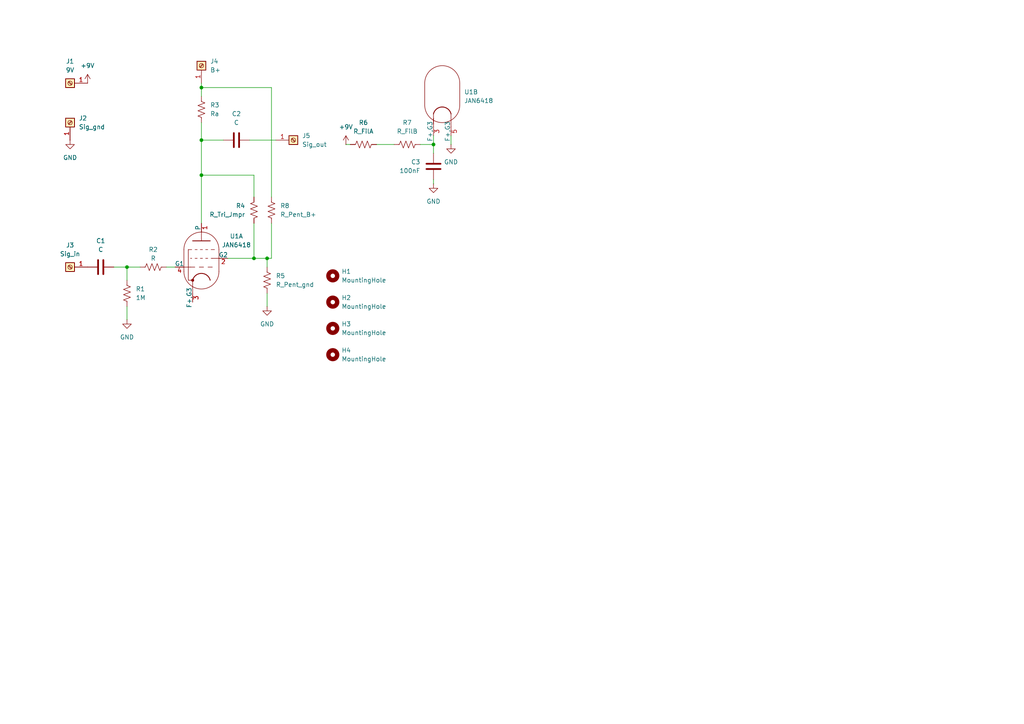
<source format=kicad_sch>
(kicad_sch (version 20250114) (generator "eeschema") (generator_version "9.0")
  (paper "A4")
  (lib_symbols
    (symbol "Connector:Screw_Terminal_01x01" (pin_names (offset 1.016) (hide yes))
      (property "Reference" "J" (at 0 2.54 0))
      (property "Value" "Screw_Terminal_01x01" (at 0 -2.54 0))
      (symbol "Screw_Terminal_01x01_1_1"
        (rectangle (start -1.27 1.27) (end 1.27 -1.27) (stroke (width 0.254)) (fill (type background)))
        (polyline (pts (xy -0.5334 0.3302) (xy 0.3302 -0.508)) (stroke (width 0.1524)))
        (polyline (pts (xy -0.3556 0.508) (xy 0.508 -0.3302)) (stroke (width 0.1524)))
        (circle (center 0 0) (radius 0.635) (stroke (width 0.1524)))
        (pin passive line (at -5.08 0 0) (length 3.81) (name "Pin_1") (number "1"))
      )
    )
    (symbol "Device:C" (pin_numbers (hide yes)) (pin_names (offset 0.254))
      (property "Reference" "C" (at 0.635 2.54 0))
      (property "Value" "C" (at 0.635 -2.54 0))
      (symbol "C_0_1"
        (polyline (pts (xy -2.032 0.762) (xy 2.032 0.762)) (stroke (width 0.508)))
        (polyline (pts (xy -2.032 -0.762) (xy 2.032 -0.762)) (stroke (width 0.508)))
      )
      (symbol "C_1_1"
        (pin passive line (at 0 3.81 270) (length 2.794) (name "~") (number "1"))
        (pin passive line (at 0 -3.81 90) (length 2.794) (name "~") (number "2"))
      )
    )
    (symbol "Device:R_US" (pin_numbers (hide yes)) (pin_names (offset 0))
      (property "Reference" "R" (at 2.54 0 90))
      (property "Value" "R_US" (at -2.54 0 90))
      (symbol "R_US_0_1"
        (polyline (pts (xy 0 2.286) (xy 0 2.54)))
        (polyline (pts (xy 0 2.286) (xy 1.016 1.905) (xy 0 1.524) (xy -1.016 1.143) (xy 0 0.762)))
        (polyline (pts (xy 0 0.762) (xy 1.016 0.381) (xy 0 0) (xy -1.016 -0.381) (xy 0 -0.762)))
        (polyline (pts (xy 0 -0.762) (xy 1.016 -1.143) (xy 0 -1.524) (xy -1.016 -1.905) (xy 0 -2.286)))
        (polyline (pts (xy 0 -2.286) (xy 0 -2.54)))
      )
      (symbol "R_US_1_1"
        (pin passive line (at 0 3.81 270) (length 1.27) (name "~") (number "1"))
        (pin passive line (at 0 -3.81 90) (length 1.27) (name "~") (number "2"))
      )
    )
    (symbol "Mechanical:MountingHole" (pin_names (offset 1.016)) (exclude_from_sim yes) (in_bom no)
      (property "Reference" "H" (at 0 5.08 0))
      (property "Value" "MountingHole" (at 0 3.175 0))
      (symbol "MountingHole_0_1"
        (circle (center 0 0) (radius 1.27) (stroke (width 1.27)))
      )
    )
    (symbol "Valve:JAN6418" (pin_names (offset 0))
      (property "Reference" "U" (at 6.096 10.16 0))
      (property "Value" "JAN6418" (at 8.128 8.382 0))
      (symbol "JAN6418_0_1"
        (polyline (pts (xy -5.08 5.08) (xy -5.08 -1.27) (xy -5.08 -1.27)))
        (polyline (pts (xy -2.54 -7.62) (xy -2.54 -3.81)))
        (arc (start -5.08 5.08) (mid 0 10.1379) (end 5.08 5.08))
        (arc (start 5.08 -1.27) (mid 0 -6.3279) (end -5.08 -1.27))
        (arc (start -2.54 -3.81) (mid 0 -1.8268) (end 2.54 -3.81) (stroke (width 0.254)))
        (polyline (pts (xy 5.08 -1.27) (xy 5.08 5.08) (xy 5.08 5.08)))
        (pin power_in line (at -2.54 -10.16 90) (length 2.54) (name "F+,G3") (number "3"))
      )
      (symbol "JAN6418_1_0"
        (polyline (pts (xy -5.08 0) (xy -3.175 0)))
        (polyline (pts (xy -0.635 0) (xy 0.635 0)) (stroke (width 0.1524)))
        (polyline (pts (xy 0 7.62) (xy 0 10.16)))
        (polyline (pts (xy 1.905 0) (xy 3.175 0)) (stroke (width 0.1524)))
        (polyline (pts (xy 3.175 2.54) (xy 5.08 2.54)))
      )
      (symbol "JAN6418_1_1"
        (polyline (pts (xy -3.81 5.08) (xy -2.794 5.08)) (stroke (width 0.1524)))
        (polyline (pts (xy -3.81 5.08) (xy -3.81 -3.81) (xy -2.54 -3.81)))
        (polyline (pts (xy -3.175 2.54) (xy -2.794 2.54)) (stroke (width 0.1524)))
        (polyline (pts (xy -2.54 7.62) (xy 2.54 7.62) (xy 2.54 7.62)) (stroke (width 0.254)))
        (circle (center -2.54 -3.81) (radius 0.3556) (fill (type outline)))
        (polyline (pts (xy -1.905 0) (xy -3.175 0)) (stroke (width 0.1524)))
        (polyline (pts (xy -1.8542 5.08) (xy -1.2192 5.08)) (stroke (width 0.1524)))
        (polyline (pts (xy -1.8542 2.54) (xy -1.2192 2.54)) (stroke (width 0.1524)))
        (polyline (pts (xy -0.3302 5.08) (xy 0.3302 5.08)) (stroke (width 0.1524)))
        (polyline (pts (xy -0.3302 2.54) (xy 0.3302 2.54)) (stroke (width 0.1524)))
        (polyline (pts (xy 1.2192 5.08) (xy 1.8542 5.08)) (stroke (width 0.1524)))
        (polyline (pts (xy 1.2192 2.54) (xy 1.8542 2.54)) (stroke (width 0.1524)))
        (polyline (pts (xy 2.794 2.54) (xy 3.175 2.54)) (stroke (width 0.1524)))
        (polyline (pts (xy 3.81 5.08) (xy 2.794 5.08)) (stroke (width 0.1524)))
        (pin input line (at -7.62 0 0) (length 2.54) (name "G1") (number "4"))
        (pin output line (at 0 12.7 270) (length 2.54) (name "P") (number "1"))
        (pin input line (at 7.62 2.54 180) (length 2.54) (name "G2") (number "2"))
      )
      (symbol "JAN6418_2_1"
        (polyline (pts (xy -2.54 -6.858) (xy -2.54 -5.08) (xy -2.54 -5.08)))
        (polyline (pts (xy 2.54 -7.62) (xy 2.54 -3.81)))
        (pin power_in line (at 2.54 -10.16 90) (length 2.54) (name "F+,G3") (number "5"))
      )
    )
    (symbol "power:+9V" (power) (pin_numbers (hide yes)) (pin_names (offset 0) (hide yes))
      (property "Value" "+9V" (at 0 3.556 0))
      (symbol "+9V_0_1"
        (polyline (pts (xy -0.762 1.27) (xy 0 2.54)))
        (polyline (pts (xy 0 2.54) (xy 0.762 1.27)))
        (polyline (pts (xy 0 0) (xy 0 2.54)))
      )
      (symbol "+9V_1_1"
        (pin power_in line (at 0 0 90) (length 0) (name "~") (number "1"))
      )
    )
    (symbol "power:GND" (power) (pin_numbers (hide yes)) (pin_names (offset 0) (hide yes))
      (property "Value" "GND" (at 0 -3.81 0))
      (symbol "GND_0_1"
        (polyline (pts (xy 0 0) (xy 0 -1.27) (xy 1.27 -1.27) (xy 0 -2.54) (xy -1.27 -1.27) (xy 0 -1.27)))
      )
      (symbol "GND_1_1"
        (pin power_in line (at 0 0 270) (length 0) (name "~") (number "1"))
      )
    )
  )
  (junction (at 58.42 40.64))
  (junction (at 58.42 25.4))
  (junction (at 125.73 41.91))
  (junction (at 73.66 74.93))
  (junction (at 77.47 74.93))
  (junction (at 36.83 77.47))
  (junction (at 58.42 50.8))
  (wire (pts (xy 58.42 40.64) (xy 64.77 40.64)))
  (wire (pts (xy 58.42 35.56) (xy 58.42 40.64)))
  (wire (pts (xy 36.83 88.9) (xy 36.83 92.71)))
  (wire (pts (xy 36.83 77.47) (xy 40.64 77.47)))
  (wire (pts (xy 77.47 85.09) (xy 77.47 88.9)))
  (wire (pts (xy 48.26 77.47) (xy 50.8 77.47)))
  (wire (pts (xy 78.74 64.77) (xy 78.74 74.93)))
  (wire (pts (xy 80.01 40.64) (xy 72.39 40.64)))
  (wire (pts (xy 73.66 57.15) (xy 73.66 50.8)))
  (wire (pts (xy 100.33 41.91) (xy 101.6 41.91)))
  (wire (pts (xy 109.22 41.91) (xy 114.3 41.91)))
  (wire (pts (xy 66.04 74.93) (xy 73.66 74.93)))
  (wire (pts (xy 125.73 41.91) (xy 121.92 41.91)))
  (wire (pts (xy 58.42 24.13) (xy 58.42 25.4)))
  (wire (pts (xy 125.73 52.07) (xy 125.73 53.34)))
  (wire (pts (xy 33.02 77.47) (xy 36.83 77.47)))
  (wire (pts (xy 58.42 50.8) (xy 58.42 64.77)))
  (wire (pts (xy 125.73 39.37) (xy 125.73 41.91)))
  (wire (pts (xy 78.74 57.15) (xy 78.74 25.4)))
  (wire (pts (xy 78.74 74.93) (xy 77.47 74.93)))
  (wire (pts (xy 130.81 39.37) (xy 130.81 41.91)))
  (wire (pts (xy 73.66 74.93) (xy 77.47 74.93)))
  (wire (pts (xy 36.83 77.47) (xy 36.83 81.28)))
  (wire (pts (xy 73.66 64.77) (xy 73.66 74.93)))
  (wire (pts (xy 77.47 74.93) (xy 77.47 77.47)))
  (wire (pts (xy 58.42 25.4) (xy 58.42 27.94)))
  (wire (pts (xy 58.42 50.8) (xy 73.66 50.8)))
  (wire (pts (xy 125.73 41.91) (xy 125.73 44.45)))
  (wire (pts (xy 58.42 40.64) (xy 58.42 50.8)))
  (wire (pts (xy 78.74 25.4) (xy 58.42 25.4)))
  (symbol (lib_id "Connector:Screw_Terminal_01x01") (at 20.32 77.47 180) (unit 1)
    (property "Reference" "J3" (at 20.32 71.12 0))
    (property "Value" "Sig_in" (at 20.32 73.66 0))
    (property "Footprint" "TerminalBlock_MetzConnect:TerminalBlock_MetzConnect_360271_1x01_Horizontal_ScrewM3.0_Boxed" (effects (hide yes)))
    (property "Description" "Generic screw terminal, single row, 01x01, script generated (kicad-library-utils/schlib/autogen/connector/)" (effects (hide yes)))
  )
  (symbol (lib_id "Valve:JAN6418") (at 128.27 29.21 0) (unit 2)
    (property "Reference" "U1" (at 134.62 26.6809 0) (effects (justify left)))
    (property "Value" "JAN6418" (at 134.62 29.2209 0) (effects (justify left)))
    (property "Footprint" "Valve:Valve_Mini_Pentode_Linear" (effects (hide yes)))
    (property "Datasheet" "https://frank.pocnet.net/sheets/127/6/6418.pdf" (effects (hide yes)))
    (property "Description" "Subminiature Pentode" (effects (hide yes)))
  )
  (symbol (lib_id "Device:R_US") (at 73.66 60.96 0) (mirror y) (unit 1)
    (property "Reference" "R4" (at 71.12 59.6899 0) (effects (justify left)))
    (property "Value" "R_Tri_Jmpr" (at 71.12 62.2299 0) (effects (justify left)))
    (property "Footprint" "Resistor_THT:R_Axial_DIN0309_L9.0mm_D3.2mm_P2.54mm_Vertical" (effects (hide yes)))
    (property "Description" "Resistor, US symbol" (effects (hide yes)))
  )
  (symbol (lib_id "Device:C") (at 68.58 40.64 90) (unit 1)
    (property "Reference" "C2" (at 68.58 33.02 90))
    (property "Value" "C" (at 68.58 35.56 90))
    (property "Footprint" "Capacitor_THT:C_Disc_D7.5mm_W2.5mm_P5.00mm" (effects (hide yes)))
    (property "Description" "Unpolarized capacitor" (effects (hide yes)))
  )
  (symbol (lib_id "power:GND") (at 77.47 88.9 0) (unit 1)
    (property "Reference" "#PWR04" (effects (hide yes)))
    (property "Value" "GND" (at 77.47 93.98 0))
    (property "Description" "Power symbol creates a global label with name \"GND\" , ground" (effects (hide yes)))
  )
  (symbol (lib_id "Device:R_US") (at 105.41 41.91 270) (unit 1)
    (property "Reference" "R6" (at 105.41 35.56 90))
    (property "Value" "R_FilA" (at 105.41 38.1 90))
    (property "Footprint" "Resistor_THT:R_Axial_DIN0309_L9.0mm_D3.2mm_P2.54mm_Vertical" (effects (hide yes)))
    (property "Description" "Resistor, US symbol" (effects (hide yes)))
  )
  (symbol (lib_id "Device:C") (at 125.73 48.26 0) (mirror y) (unit 1)
    (property "Reference" "C3" (at 121.92 46.9899 0) (effects (justify left)))
    (property "Value" "100nF" (at 121.92 49.5299 0) (effects (justify left)))
    (property "Footprint" "Capacitor_THT:C_Rect_L4.6mm_W2.0mm_P2.50mm_MKS02_FKP02" (effects (hide yes)))
    (property "Description" "Unpolarized capacitor" (effects (hide yes)))
  )
  (symbol (lib_id "Device:R_US") (at 58.42 31.75 0) (unit 1)
    (property "Reference" "R3" (at 60.96 30.4799 0) (effects (justify left)))
    (property "Value" "Ra" (at 60.96 33.0199 0) (effects (justify left)))
    (property "Footprint" "Resistor_THT:R_Axial_DIN0309_L9.0mm_D3.2mm_P12.70mm_Horizontal" (effects (hide yes)))
    (property "Description" "Resistor, US symbol" (effects (hide yes)))
  )
  (symbol (lib_id "Device:R_US") (at 78.74 60.96 0) (unit 1)
    (property "Reference" "R8" (at 81.28 59.6899 0) (effects (justify left)))
    (property "Value" "R_Pent_B+" (at 81.28 62.2299 0) (effects (justify left)))
    (property "Footprint" "Resistor_THT:R_Axial_DIN0309_L9.0mm_D3.2mm_P2.54mm_Vertical" (effects (hide yes)))
    (property "Description" "Resistor, US symbol" (effects (hide yes)))
  )
  (symbol (lib_id "Connector:Screw_Terminal_01x01") (at 85.09 40.64 0) (unit 1)
    (property "Reference" "J5" (at 87.63 39.3699 0) (effects (justify left)))
    (property "Value" "Sig_out" (at 87.63 41.9099 0) (effects (justify left)))
    (property "Footprint" "TerminalBlock_MetzConnect:TerminalBlock_MetzConnect_360271_1x01_Horizontal_ScrewM3.0_Boxed" (effects (hide yes)))
    (property "Description" "Generic screw terminal, single row, 01x01, script generated (kicad-library-utils/schlib/autogen/connector/)" (effects (hide yes)))
  )
  (symbol (lib_id "Device:C") (at 29.21 77.47 90) (unit 1)
    (property "Reference" "C1" (at 29.21 69.85 90))
    (property "Value" "C" (at 29.21 72.39 90))
    (property "Footprint" "Capacitor_THT:C_Disc_D7.5mm_W2.5mm_P5.00mm" (effects (hide yes)))
    (property "Description" "Unpolarized capacitor" (effects (hide yes)))
  )
  (symbol (lib_id "Device:R_US") (at 36.83 85.09 0) (unit 1)
    (property "Reference" "R1" (at 39.37 83.8199 0) (effects (justify left)))
    (property "Value" "1M" (at 39.37 86.3599 0) (effects (justify left)))
    (property "Footprint" "Resistor_THT:R_Axial_DIN0309_L9.0mm_D3.2mm_P12.70mm_Horizontal" (effects (hide yes)))
    (property "Description" "Resistor, US symbol" (effects (hide yes)))
  )
  (symbol (lib_id "power:GND") (at 130.81 41.91 0) (unit 1)
    (property "Reference" "#PWR07" (effects (hide yes)))
    (property "Value" "GND" (at 130.81 46.99 0))
    (property "Description" "Power symbol creates a global label with name \"GND\" , ground" (effects (hide yes)))
  )
  (symbol (lib_id "Mechanical:MountingHole") (at 96.52 95.25 0) (unit 1) (exclude_from_sim yes) (in_bom no)
    (property "Reference" "H3" (at 99.06 93.9799 0) (effects (justify left)))
    (property "Value" "MountingHole" (at 99.06 96.5199 0) (effects (justify left)))
    (property "Footprint" "MountingHole:MountingHole_2.2mm_M2" (effects (hide yes)))
    (property "Description" "Mounting Hole without connection" (effects (hide yes)))
  )
  (symbol (lib_id "Device:R_US") (at 118.11 41.91 90) (unit 1)
    (property "Reference" "R7" (at 118.11 35.56 90))
    (property "Value" "R_FilB" (at 118.11 38.1 90))
    (property "Footprint" "Resistor_THT:R_Axial_DIN0309_L9.0mm_D3.2mm_P2.54mm_Vertical" (effects (hide yes)))
    (property "Description" "Resistor, US symbol" (effects (hide yes)))
  )
  (symbol (lib_id "power:GND") (at 20.32 40.64 0) (unit 1)
    (property "Reference" "#PWR01" (effects (hide yes)))
    (property "Value" "GND" (at 20.32 45.72 0))
    (property "Description" "Power symbol creates a global label with name \"GND\" , ground" (effects (hide yes)))
  )
  (symbol (lib_id "Connector:Screw_Terminal_01x01") (at 58.42 19.05 90) (unit 1)
    (property "Reference" "J4" (at 60.96 17.7799 90) (effects (justify right)))
    (property "Value" "B+" (at 60.96 20.3199 90) (effects (justify right)))
    (property "Footprint" "TerminalBlock_MetzConnect:TerminalBlock_MetzConnect_360271_1x01_Horizontal_ScrewM3.0_Boxed" (effects (hide yes)))
    (property "Description" "Generic screw terminal, single row, 01x01, script generated (kicad-library-utils/schlib/autogen/connector/)" (effects (hide yes)))
  )
  (symbol (lib_id "Mechanical:MountingHole") (at 96.52 102.87 0) (unit 1) (exclude_from_sim yes) (in_bom no)
    (property "Reference" "H4" (at 99.06 101.5999 0) (effects (justify left)))
    (property "Value" "MountingHole" (at 99.06 104.1399 0) (effects (justify left)))
    (property "Footprint" "MountingHole:MountingHole_2.2mm_M2" (effects (hide yes)))
    (property "Description" "Mounting Hole without connection" (effects (hide yes)))
  )
  (symbol (lib_id "power:GND") (at 125.73 53.34 0) (unit 1)
    (property "Reference" "#PWR06" (effects (hide yes)))
    (property "Value" "GND" (at 125.73 58.42 0))
    (property "Description" "Power symbol creates a global label with name \"GND\" , ground" (effects (hide yes)))
  )
  (symbol (lib_id "Mechanical:MountingHole") (at 96.52 80.01 0) (unit 1) (exclude_from_sim yes) (in_bom no)
    (property "Reference" "H1" (at 99.06 78.7399 0) (effects (justify left)))
    (property "Value" "MountingHole" (at 99.06 81.2799 0) (effects (justify left)))
    (property "Footprint" "MountingHole:MountingHole_2.2mm_M2" (effects (hide yes)))
    (property "Description" "Mounting Hole without connection" (effects (hide yes)))
  )
  (symbol (lib_id "power:+9V") (at 100.33 41.91 0) (unit 1)
    (property "Reference" "#PWR05" (effects (hide yes)))
    (property "Value" "+9V" (at 100.33 36.83 0))
    (property "Description" "Power symbol creates a global label with name \"+9V\"" (effects (hide yes)))
  )
  (symbol (lib_id "power:+9V") (at 25.4 24.13 0) (unit 1)
    (property "Reference" "#PWR02" (effects (hide yes)))
    (property "Value" "+9V" (at 25.4 19.05 0))
    (property "Description" "Power symbol creates a global label with name \"+9V\"" (effects (hide yes)))
  )
  (symbol (lib_id "Device:R_US") (at 77.47 81.28 0) (unit 1)
    (property "Reference" "R5" (at 80.01 80.0099 0) (effects (justify left)))
    (property "Value" "R_Pent_gnd" (at 80.01 82.5499 0) (effects (justify left)))
    (property "Footprint" "Resistor_THT:R_Axial_DIN0309_L9.0mm_D3.2mm_P2.54mm_Vertical" (effects (hide yes)))
    (property "Description" "Resistor, US symbol" (effects (hide yes)))
  )
  (symbol (lib_id "Connector:Screw_Terminal_01x01") (at 20.32 24.13 180) (unit 1)
    (property "Reference" "J1" (at 20.32 17.78 0))
    (property "Value" "9V" (at 20.32 20.32 0))
    (property "Footprint" "TerminalBlock_MetzConnect:TerminalBlock_MetzConnect_360271_1x01_Horizontal_ScrewM3.0_Boxed" (effects (hide yes)))
    (property "Description" "Generic screw terminal, single row, 01x01, script generated (kicad-library-utils/schlib/autogen/connector/)" (effects (hide yes)))
  )
  (symbol (lib_id "Mechanical:MountingHole") (at 96.52 87.63 0) (unit 1) (exclude_from_sim yes) (in_bom no)
    (property "Reference" "H2" (at 99.06 86.3599 0) (effects (justify left)))
    (property "Value" "MountingHole" (at 99.06 88.8999 0) (effects (justify left)))
    (property "Footprint" "MountingHole:MountingHole_2.2mm_M2" (effects (hide yes)))
    (property "Description" "Mounting Hole without connection" (effects (hide yes)))
  )
  (symbol (lib_id "Connector:Screw_Terminal_01x01") (at 20.32 35.56 90) (unit 1)
    (property "Reference" "J2" (at 22.86 34.2899 90) (effects (justify right)))
    (property "Value" "Sig_gnd" (at 22.86 36.8299 90) (effects (justify right)))
    (property "Footprint" "TerminalBlock_MetzConnect:TerminalBlock_MetzConnect_360271_1x01_Horizontal_ScrewM3.0_Boxed" (effects (hide yes)))
    (property "Description" "Generic screw terminal, single row, 01x01, script generated (kicad-library-utils/schlib/autogen/connector/)" (effects (hide yes)))
  )
  (symbol (lib_id "Device:R_US") (at 44.45 77.47 90) (unit 1)
    (property "Reference" "R2" (at 44.45 72.39 90))
    (property "Value" "R" (at 44.45 74.93 90))
    (property "Footprint" "Resistor_THT:R_Axial_DIN0309_L9.0mm_D3.2mm_P12.70mm_Horizontal" (effects (hide yes)))
    (property "Description" "Resistor, US symbol" (effects (hide yes)))
  )
  (symbol (lib_id "power:GND") (at 36.83 92.71 0) (unit 1)
    (property "Reference" "#PWR03" (effects (hide yes)))
    (property "Value" "GND" (at 36.83 97.79 0))
    (property "Description" "Power symbol creates a global label with name \"GND\" , ground" (effects (hide yes)))
  )
  (symbol (lib_id "Valve:JAN6418") (at 58.42 77.47 0) (unit 1)
    (property "Reference" "U1" (at 68.58 68.5098 0))
    (property "Value" "JAN6418" (at 68.58 71.0498 0))
    (property "Footprint" "Valve:Valve_Mini_Pentode_Linear" (effects (hide yes)))
    (property "Datasheet" "https://frank.pocnet.net/sheets/127/6/6418.pdf" (effects (hide yes)))
    (property "Description" "Subminiature Pentode" (effects (hide yes)))
  )
)
</source>
